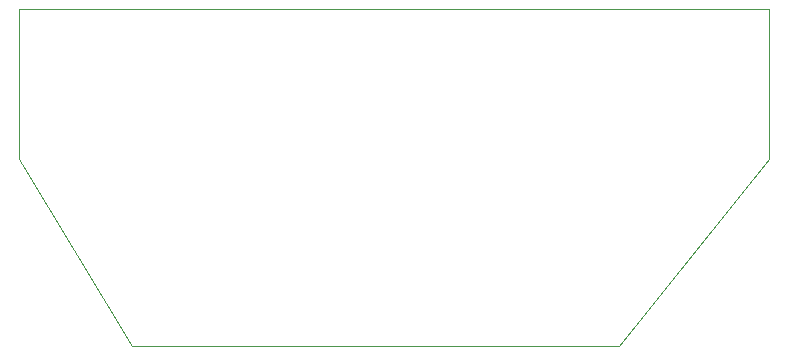
<source format=gbr>
%TF.GenerationSoftware,KiCad,Pcbnew,(5.1.9)-1*%
%TF.CreationDate,2021-11-23T15:31:52+07:00*%
%TF.ProjectId,DAC_SMA,4441435f-534d-4412-9e6b-696361645f70,rev?*%
%TF.SameCoordinates,Original*%
%TF.FileFunction,Profile,NP*%
%FSLAX46Y46*%
G04 Gerber Fmt 4.6, Leading zero omitted, Abs format (unit mm)*
G04 Created by KiCad (PCBNEW (5.1.9)-1) date 2021-11-23 15:31:52*
%MOMM*%
%LPD*%
G01*
G04 APERTURE LIST*
%TA.AperFunction,Profile*%
%ADD10C,0.050000*%
%TD*%
G04 APERTURE END LIST*
D10*
X38100000Y-85725000D02*
X47625000Y-101600000D01*
X38100000Y-73025000D02*
X38100000Y-85725000D01*
X101600000Y-73025000D02*
X38100000Y-73025000D01*
X101600000Y-85725000D02*
X101600000Y-73025000D01*
X88900000Y-101600000D02*
X101600000Y-85725000D01*
X47625000Y-101600000D02*
X88900000Y-101600000D01*
M02*

</source>
